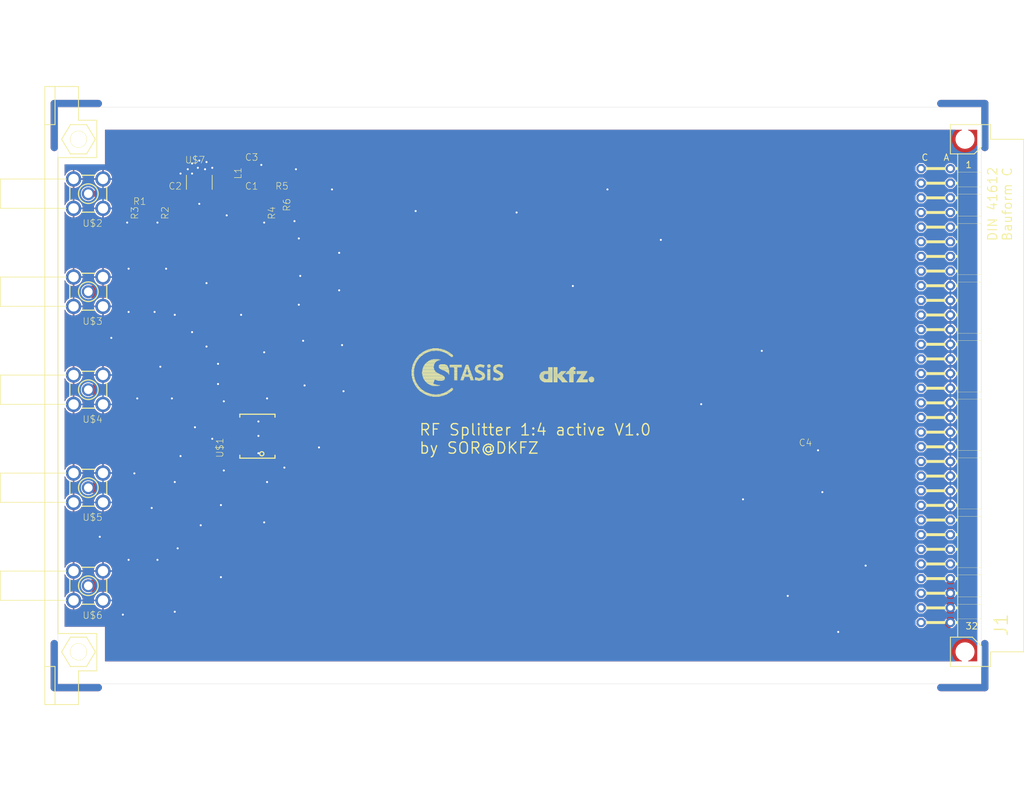
<source format=kicad_pcb>
(kicad_pcb (version 20240108) (generator "pcbnew") (generator_version "8.0")
  (layers (0 "F.Cu" signal) (31 "B.Cu" signal) (34 "B.Paste" user) (35 "F.Paste" user) (36 "B.SilkS" user "B.Silkscreen") (37 "F.SilkS" user "F.Silkscreen") (38 "B.Mask" user) (39 "F.Mask" user) (44 "Edge.Cuts" user))
  (net 0 "")
  (net 1 "N$2")
  (net 2 "N$3")
  (net 3 "N$4")
  (net 4 "N$5")
  (net 5 "GND")
  (net 6 "N$1")
  (net 7 "N$6")
  (net 8 "5V")
  (net 9 "N$8")
  (net 10 "N$9")
  (net 11 "N$10")
  (net 12 "N$12")
  (footprint "RF Splitter active:LOGO_STASIS" (layer "F.Cu") (at 138.7371 101.2536)
    (property "Reference" "U$8" (hide yes))
    (property "Value" "" (hide yes))
  )
  (footprint "RF Splitter active:R0603_334" (layer "F.Cu") (at 104.2371 72.7536 -90)
    (property "Reference" "R4" (at -0.635 -0.635 90) (layer "F.SilkS") (effects (font (size 1.176528 1.176528) (thickness 0.093472)) (justify right top)))
    (property "Value" "")
    (pad "1" smd rect (at -0.85 0 270) (size 1 1.1) (layers "F.Cu" "F.Paste" "F.Mask") (net 9 "N$8"))
    (pad "2" smd rect (at 0.85 0 270) (size 1 1.1) (layers "F.Cu" "F.Paste" "F.Mask") (net 5 "GND"))
  )
  (footprint "RF Splitter active:L2012C_334" (layer "F.Cu") (at 97.7371 67.2536 -90)
    (property "Reference" "L1" (at -1.905 -1.27 90) (layer "F.SilkS") (effects (font (size 1.176528 1.176528) (thickness 0.093472)) (justify right top)))
    (property "Value" "330nH")
    (pad "1" smd rect (at -1 0 270) (size 1 1) (layers "F.Cu" "F.Paste" "F.Mask") (net 8 "5V"))
    (pad "2" smd rect (at 1 0 270) (size 1 1) (layers "F.Cu" "F.Paste" "F.Mask") (net 7 "N$6"))
  )
  (footprint "RF Splitter active:C0603_334" (layer "F.Cu") (at 197.4871 114.5036)
    (property "Reference" "C4" (at -0.635 -0.635 0) (layer "F.SilkS") (effects (font (size 1.176528 1.176528) (thickness 0.093472)) (justify left bottom)))
    (property "Value" "10nF")
    (pad "1" smd rect (at -0.85 0) (size 1.1 1) (layers "F.Cu" "F.Paste" "F.Mask") (net 8 "5V"))
    (pad "2" smd rect (at 0.85 0) (size 1.1 1) (layers "F.Cu" "F.Paste" "F.Mask") (net 5 "GND"))
  )
  (footprint "RF Splitter active:R0603_334" (layer "F.Cu") (at 80.4871 72.7536 -90)
    (property "Reference" "R3" (at -0.635 -0.635 90) (layer "F.SilkS") (effects (font (size 1.176528 1.176528) (thickness 0.093472)) (justify right top)))
    (property "Value" "")
    (pad "1" smd rect (at -0.85 0 270) (size 1 1.1) (layers "F.Cu" "F.Paste" "F.Mask") (net 11 "N$10"))
    (pad "2" smd rect (at 0.85 0 270) (size 1 1.1) (layers "F.Cu" "F.Paste" "F.Mask") (net 5 "GND"))
  )
  (footprint "RF Splitter active:VG64P_79" (layer "F.Cu") (at 68.2371 105.0036)
    (property "Reference" "J1" (at 165.1 41.91 90) (layer "F.SilkS") (effects (font (size 2.3114 2.3114) (thickness 0.2286)) (justify left bottom)))
    (property "Value" "")
    (fp_line (start -0.381 -43.0276) (end -0.381 -50.6476) (stroke (width 1.27)) (layer "F.Cu"))
    (fp_line (start -0.381 43.0276) (end -0.381 50.6476) (stroke (width 1.27)) (layer "F.Cu"))
    (fp_line (start 7.239 -50.6476) (end -0.381 -50.6476) (stroke (width 1.27)) (layer "F.Cu"))
    (fp_line (start 7.239 50.6476) (end -0.381 50.6476) (stroke (width 1.27)) (layer "F.Cu"))
    (fp_line (start 153.289 -50.6476) (end 160.909 -50.6476) (stroke (width 1.27)) (layer "F.Cu"))
    (fp_line (start 153.289 50.6476) (end 160.909 50.6476) (stroke (width 1.27)) (layer "F.Cu"))
    (fp_line (start 160.909 -43.0276) (end 160.909 -50.6476) (stroke (width 1.27)) (layer "F.Cu"))
    (fp_line (start 160.909 43.0276) (end 160.909 50.6476) (stroke (width 1.27)) (layer "F.Cu"))
    (fp_line (start -0.381 -43.0276) (end -0.381 -50.6476) (stroke (width 1.27)) (layer "B.Cu"))
    (fp_line (start -0.381 43.0276) (end -0.381 50.6476) (stroke (width 1.27)) (layer "B.Cu"))
    (fp_line (start 7.239 -50.6476) (end -0.381 -50.6476) (stroke (width 1.27)) (layer "B.Cu"))
    (fp_line (start 7.239 50.6476) (end -0.381 50.6476) (stroke (width 1.27)) (layer "B.Cu"))
    (fp_line (start 153.289 -50.6476) (end 160.909 -50.6476) (stroke (width 1.27)) (layer "B.Cu"))
    (fp_line (start 153.289 50.6476) (end 160.909 50.6476) (stroke (width 1.27)) (layer "B.Cu"))
    (fp_line (start 160.909 -43.0276) (end 160.909 -50.6476) (stroke (width 1.27)) (layer "B.Cu"))
    (fp_line (start 160.909 43.0276) (end 160.909 50.6476) (stroke (width 1.27)) (layer "B.Cu"))
    (fp_line (start 0.254 -50.0126) (end 0.254 50.0126) (stroke (width 0.05)) (layer "Edge.Cuts"))
    (fp_line (start 0.254 50.0126) (end 160.274 50.0126) (stroke (width 0.05)) (layer "Edge.Cuts"))
    (fp_line (start 160.274 -50.0126) (end 0.254 -50.0126) (stroke (width 0.05)) (layer "Edge.Cuts"))
    (fp_line (start 160.274 50.0126) (end 160.274 -50.0126) (stroke (width 0.05)) (layer "Edge.Cuts"))
    (fp_text user "C" (at 149.86 -40.64 0) (layer "F.SilkS") (effects (font (size 1.1176 1.1176) (thickness 0.1524)) (justify left bottom)))
    (fp_text user "32" (at 157.48 40.64 0) (layer "F.SilkS") (effects (font (size 1.1176 1.1176) (thickness 0.1524)) (justify left bottom)))
    (fp_text user "Bauform C" (at 165.735 -26.67 90) (layer "F.SilkS") (effects (font (size 1.6002 1.6002) (thickness 0.1778)) (justify left bottom)))
    (fp_text user "1" (at 157.48 -39.37 0) (layer "F.SilkS") (effects (font (size 1.1176 1.1176) (thickness 0.1524)) (justify left bottom)))
    (fp_text user "DIN 41612" (at 163.195 -26.67 90) (layer "F.SilkS") (effects (font (size 1.6002 1.6002) (thickness 0.1778)) (justify left bottom)))
    (fp_text user "A" (at 153.67 -40.64 0) (layer "F.SilkS") (effects (font (size 1.1176 1.1176) (thickness 0.1524)) (justify left bottom)))
    (pad "" np_thru_hole circle (at 3.81 -44.45) (size 2.794 2.794) (drill 2.794) (layers "*.Cu" "*.Mask"))
    (pad "" np_thru_hole circle (at 3.81 44.45) (size 2.794 2.794) (drill 2.794) (layers "*.Cu" "*.Mask"))
    (pad "" np_thru_hole circle (at 157.48 -44.45) (size 2.794 2.794) (drill 2.794) (layers "*.Cu" "*.Mask"))
    (pad "" np_thru_hole circle (at 157.48 44.45) (size 2.794 2.794) (drill 2.794) (layers "*.Cu" "*.Mask"))
    (pad "A1" thru_hole circle (at 154.94 -39.37) (size 1.6002 1.6002) (drill 0.9144) (layers "*.Cu" "*.Mask"))
    (pad "A2" thru_hole roundrect (at 154.94 -36.83) (size 1.6002 1.6002) (drill 0.9144) (layers "*.Cu" "*.Mask") (chamfer_ratio 0.2928932188) (chamfer top_left top_right bottom_left bottom_right))
    (pad "A3" thru_hole roundrect (at 154.94 -34.29) (size 1.6002 1.6002) (drill 0.9144) (layers "*.Cu" "*.Mask") (chamfer_ratio 0.2928932188) (chamfer top_left top_right bottom_left bottom_right))
    (pad "A4" thru_hole roundrect (at 154.94 -31.75) (size 1.6002 1.6002) (drill 0.9144) (layers "*.Cu" "*.Mask") (chamfer_ratio 0.2928932188) (chamfer top_left top_right bottom_left bottom_right))
    (pad "A5" thru_hole roundrect (at 154.94 -29.21) (size 1.6002 1.6002) (drill 0.9144) (layers "*.Cu" "*.Mask") (chamfer_ratio 0.2928932188) (chamfer top_left top_right bottom_left bottom_right))
    (pad "A6" thru_hole roundrect (at 154.94 -26.67) (size 1.6002 1.6002) (drill 0.9144) (layers "*.Cu" "*.Mask") (chamfer_ratio 0.2928932188) (chamfer top_left top_right bottom_left bottom_right))
    (pad "A7" thru_hole roundrect (at 154.94 -24.13) (size 1.6002 1.6002) (drill 0.9144) (layers "*.Cu" "*.Mask") (chamfer_ratio 0.2928932188) (chamfer top_left top_right bottom_left bottom_right))
    (pad "A8" thru_hole roundrect (at 154.94 -21.59) (size 1.6002 1.6002) (drill 0.9144) (layers "*.Cu" "*.Mask") (chamfer_ratio 0.2928932188) (chamfer top_left top_right bottom_left bottom_right))
    (pad "A9" thru_hole roundrect (at 154.94 -19.05) (size 1.6002 1.6002) (drill 0.9144) (layers "*.Cu" "*.Mask") (chamfer_ratio 0.2928932188) (chamfer top_left top_right bottom_left bottom_right) (net 5 "GND"))
    (pad "A10" thru_hole roundrect (at 154.94 -16.51) (size 1.6002 1.6002) (drill 0.9144) (layers "*.Cu" "*.Mask") (chamfer_ratio 0.2928932188) (chamfer top_left top_right bottom_left bottom_right) (net 5 "GND"))
    (pad "A11" thru_hole roundrect (at 154.94 -13.97) (size 1.6002 1.6002) (drill 0.9144) (layers "*.Cu" "*.Mask") (chamfer_ratio 0.2928932188) (chamfer top_left top_right bottom_left bottom_right) (net 5 "GND"))
    (pad "A12" thru_hole roundrect (at 154.94 -11.43) (size 1.6002 1.6002) (drill 0.9144) (layers "*.Cu" "*.Mask") (chamfer_ratio 0.2928932188) (chamfer top_left top_right bottom_left bottom_right) (net 5 "GND"))
    (pad "A13" thru_hole roundrect (at 154.94 -8.89) (size 1.6002 1.6002) (drill 0.9144) (layers "*.Cu" "*.Mask") (chamfer_ratio 0.2928932188) (chamfer top_left top_right bottom_left bottom_right) (net 5 "GND"))
    (pad "A14" thru_hole roundrect (at 154.94 -6.35) (size 1.6002 1.6002) (drill 0.9144) (layers "*.Cu" "*.Mask") (chamfer_ratio 0.2928932188) (chamfer top_left top_right bottom_left bottom_right) (net 5 "GND"))
    (pad "A15" thru_hole roundrect (at 154.94 -3.81) (size 1.6002 1.6002) (drill 0.9144) (layers "*.Cu" "*.Mask") (chamfer_ratio 0.2928932188) (chamfer top_left top_right bottom_left bottom_right) (net 5 "GND"))
    (pad "A16" thru_hole roundrect (at 154.94 -1.27) (size 1.6002 1.6002) (drill 0.9144) (layers "*.Cu" "*.Mask") (chamfer_ratio 0.2928932188) (chamfer top_left top_right bottom_left bottom_right) (net 5 "GND"))
    (pad "A17" thru_hole roundrect (at 154.94 1.27) (size 1.6002 1.6002) (drill 0.9144) (layers "*.Cu" "*.Mask") (chamfer_ratio 0.2928932188) (chamfer top_left top_right bottom_left bottom_right) (net 5 "GND"))
    (pad "A18" thru_hole roundrect (at 154.94 3.81) (size 1.6002 1.6002) (drill 0.9144) (layers "*.Cu" "*.Mask") (chamfer_ratio 0.2928932188) (chamfer top_left top_right bottom_left bottom_right) (net 5 "GND"))
    (pad "A19" thru_hole roundrect (at 154.94 6.35) (size 1.6002 1.6002) (drill 0.9144) (layers "*.Cu" "*.Mask") (chamfer_ratio 0.2928932188) (chamfer top_left top_right bottom_left bottom_right) (net 5 "GND"))
    (pad "A20" thru_hole roundrect (at 154.94 8.89) (size 1.6002 1.6002) (drill 0.9144) (layers "*.Cu" "*.Mask") (chamfer_ratio 0.2928932188) (chamfer top_left top_right bottom_left bottom_right) (net 5 "GND"))
    (pad "A21" thru_hole roundrect (at 154.94 11.43) (size 1.6002 1.6002) (drill 0.9144) (layers "*.Cu" "*.Mask") (chamfer_ratio 0.2928932188) (chamfer top_left top_right bottom_left bottom_right) (net 5 "GND"))
    (pad "A22" thru_hole roundrect (at 154.94 13.97) (size 1.6002 1.6002) (drill 0.9144) (layers "*.Cu" "*.Mask") (chamfer_ratio 0.2928932188) (chamfer top_left top_right bottom_left bottom_right) (net 5 "GND"))
    (pad "A23" thru_hole roundrect (at 154.94 16.51) (size 1.6002 1.6002) (drill 0.9144) (layers "*.Cu" "*.Mask") (chamfer_ratio 0.2928932188) (chamfer top_left top_right bottom_left bottom_right) (net 5 "GND"))
    (pad "A24" thru_hole roundrect (at 154.94 19.05) (size 1.6002 1.6002) (drill 0.9144) (layers "*.Cu" "*.Mask") (chamfer_ratio 0.2928932188) (chamfer top_left top_right bottom_left bottom_right) (net 5 "GND"))
    (pad "A25" thru_hole roundrect (at 154.94 21.59) (size 1.6002 1.6002) (drill 0.9144) (layers "*.Cu" "*.Mask") (chamfer_ratio 0.2928932188) (chamfer top_left top_right bottom_left bottom_right))
    (pad "A26" thru_hole roundrect (at 154.94 24.13) (size 1.6002 1.6002) (drill 0.9144) (layers "*.Cu" "*.Mask") (chamfer_ratio 0.2928932188) (chamfer top_left top_right bottom_left bottom_right))
    (pad "A27" thru_hole roundrect (at 154.94 26.67) (size 1.6002 1.6002) (drill 0.9144) (layers "*.Cu" "*.Mask") (chamfer_ratio 0.2928932188) (chamfer top_left top_right bottom_left bottom_right))
    (pad "A28" thru_hole roundrect (at 154.94 29.21) (size 1.6002 1.6002) (drill 0.9144) (layers "*.Cu" "*.Mask") (chamfer_ratio 0.2928932188) (chamfer top_left top_right bottom_left bottom_right))
    (pad "A29" thru_hole roundrect (at 154.94 31.75) (size 1.6002 1.6002) (drill 0.9144) (layers "*.Cu" "*.Mask") (chamfer_ratio 0.2928932188) (chamfer top_left top_right bottom_left bottom_right) (net 8 "5V"))
    (pad "A30" thru_hole roundrect (at 154.94 34.29) (size 1.6002 1.6002) (drill 0.9144) (layers "*.Cu" "*.Mask") (chamfer_ratio 0.2928932188) (chamfer top_left top_right bottom_left bottom_right) (net 8 "5V"))
    (pad "A31" thru_hole roundrect (at 154.94 36.83) (size 1.6002 1.6002) (drill 0.9144) (layers "*.Cu" "*.Mask") (chamfer_ratio 0.2928932188) (chamfer top_left top_right bottom_left bottom_right) (net 8 "5V"))
    (pad "A32" thru_hole roundrect (at 154.94 39.37) (size 1.6002 1.6002) (drill 0.9144) (layers "*.Cu" "*.Mask") (chamfer_ratio 0.2928932188) (chamfer top_left top_right bottom_left bottom_right) (net 8 "5V"))
    (pad "C1" thru_hole roundrect (at 149.86 -39.37) (size 1.6002 1.6002) (drill 0.9144) (layers "*.Cu" "*.Mask") (chamfer_ratio 0.2928932188) (chamfer top_left top_right bottom_left bottom_right))
    (pad "C2" thru_hole roundrect (at 149.86 -36.83) (size 1.6002 1.6002) (drill 0.9144) (layers "*.Cu" "*.Mask") (chamfer_ratio 0.2928932188) (chamfer top_left top_right bottom_left bottom_right))
    (pad "C3" thru_hole roundrect (at 149.86 -34.29) (size 1.6002 1.6002) (drill 0.9144) (layers "*.Cu" "*.Mask") (chamfer_ratio 0.2928932188) (chamfer top_left top_right bottom_left bottom_right))
    (pad "C4" thru_hole roundrect (at 149.86 -31.75) (size 1.6002 1.6002) (drill 0.9144) (layers "*.Cu" "*.Mask") (chamfer_ratio 0.2928932188) (chamfer top_left top_right bottom_left bottom_right))
    (pad "C5" thru_hole roundrect (at 149.86 -29.21) (size 1.6002 1.6002) (drill 0.9144) (layers "*.Cu" "*.Mask") (chamfer_ratio 0.2928932188) (chamfer top_left top_right bottom_left bottom_right))
    (pad "C6" thru_hole roundrect (at 149.86 -26.67) (size 1.6002 1.6002) (drill 0.9144) (layers "*.Cu" "*.Mask") (chamfer_ratio 0.2928932188) (chamfer top_left top_right bottom_left bottom_right))
    (pad "C7" thru_hole roundrect (at 149.86 -24.13) (size 1.6002 1.6002) (drill 0.9144) (layers "*.Cu" "*.Mask") (chamfer_ratio 0.2928932188) (chamfer top_left top_right bottom_left bottom_right))
    (pad "C8" thru_hole roundrect (at 149.86 -21.59) (size 1.6002 1.6002) (drill 0.9144) (layers "*.Cu" "*.Mask") (chamfer_ratio 0.2928932188) (chamfer top_left top_right bottom_left bottom_right))
    (pad "C9" thru_hole roundrect (at 149.86 -19.05) (size 1.6002 1.6002) (drill 0.9144) (layers "*.Cu" "*.Mask") (chamfer_ratio 0.2928932188) (chamfer top_left top_right bottom_left bottom_right))
    (pad "C10" thru_hole roundrect (at 149.86 -16.51) (size 1.6002 1.6002) (drill 0.9144) (layers "*.Cu" "*.Mask") (chamfer_ratio 0.2928932188) (chamfer top_left top_right bottom_left bottom_right))
    (pad "C11" thru_hole roundrect (at 149.86 -13.97) (size 1.6002 1.6002) (drill 0.9144) (layers "*.Cu" "*.Mask") (chamfer_ratio 0.2928932188) (chamfer top_left top_right bottom_left bottom_right))
    (pad "C12" thru_hole roundrect (at 149.86 -11.43) (size 1.6002 1.6002) (drill 0.9144) (layers "*.Cu" "*.Mask") (chamfer_ratio 0.2928932188) (chamfer top_left top_right bottom_left bottom_right))
    (pad "C13" thru_hole roundrect (at 149.86 -8.89) (size 1.6002 1.6002) (drill 0.9144) (layers "*.Cu" "*.Mask") (chamfer_ratio 0.2928932188) (chamfer top_left top_right bottom_left bottom_right))
    (pad "C14" thru_hole roundrect (at 149.86 -6.35) (size 1.6002 1.6002) (drill 0.9144) (layers "*.Cu" "*.Mask") (chamfer_ratio 0.2928932188) (chamfer top_left top_right bottom_left bottom_right))
    (pad "C15" thru_hole roundrect (at 149.86 -3.81) (size 1.6002 1.6002) (drill 0.9144) (layers "*.Cu" "*.Mask") (chamfer_ratio 0.2928932188) (chamfer top_left top_right bottom_left bottom_right))
    (pad "C16" thru_hole roundrect (at 149.86 -1.27) (size 1.6002 1.6002) (drill 0.9144) (layers "*.Cu" "*.Mask") (chamfer_ratio 0.2928932188) (chamfer top_left top_right bottom_left bottom_right))
    (pad "C17" thru_hole roundrect (at 149.86 1.27) (size 1.6002 1.6002) (drill 0.9144) (layers "*.Cu" "*.Mask") (chamfer_ratio 0.2928932188) (chamfer top_left top_right bottom_left bottom_right))
    (pad "C18" thru_hole roundrect (at 149.86 3.81) (size 1.6002 1.6002) (drill 0.9144) (layers "*.Cu" "*.Mask") (chamfer_ratio 0.2928932188) (chamfer top_left top_right bottom_left bottom_right))
    (pad "C19" thru_hole roundrect (at 149.86 6.35) (size 1.6002 1.6002) (drill 0.9144) (layers "*.Cu" "*.Mask") (chamfer_ratio 0.2928932188) (chamfer top_left top_right bottom_left bottom_right))
    (pad "C20" thru_hole roundrect (at 149.86 8.89) (size 1.6002 1.6002) (drill 0.9144) (layers "*.Cu" "*.Mask") (chamfer_ratio 0.2928932188) (chamfer top_left top_right bottom_left bottom_right))
    (pad "C21" thru_hole roundrect (at 149.86 11.43) (size 1.6002 1.6002) (drill 0.9144) (layers "*.Cu" "*.Mask") (chamfer_ratio 0.2928932188) (chamfer top_left top_right bottom_left bottom_right))
    (pad "C22" thru_hole roundrect (at 149.86 13.97) (size 1.6002 1.6002) (drill 0.9144) (layers "*.Cu" "*.Mask") (chamfer_ratio 0.2928932188) (chamfer top_left top_right bottom_left bottom_right))
    (pad "C23" thru_hole roundrect (at 149.86 16.51) (size 1.6002 1.6002) (drill 0.9144) (layers "*.Cu" "*.Mask") (chamfer_ratio 0.2928932188) (chamfer top_left top_right bottom_left bottom_right))
    (pad "C24" thru_hole roundrect (at 149.86 19.05) (size 1.6002 1.6002) (drill 0.9144) (layers "*.Cu" "*.Mask") (chamfer_ratio 0.2928932188) (chamfer top_left top_right bottom_left bottom_right))
    (pad "C25" thru_hole roundrect (at 149.86 21.59) (size 1.6002 1.6002) (drill 0.9144) (layers "*.Cu" "*.Mask") (chamfer_ratio 0.2928932188) (chamfer top_left top_right bottom_left bottom_right))
    (pad "C26" thru_hole roundrect (at 149.86 24.13) (size 1.6002 1.6002) (drill 0.9144) (layers "*.Cu" "*.Mask") (chamfer_ratio 0.2928932188) (chamfer top_left top_right bottom_left bottom_right))
    (pad "C27" thru_hole roundrect (at 149.86 26.67) (size 1.6002 1.6002) (drill 0.9144) (layers "*.Cu" "*.Mask") (chamfer_ratio 0.2928932188) (chamfer top_left top_right bottom_left bottom_right))
    (pad "C28" thru_hole roundrect (at 149.86 29.21) (size 1.6002 1.6002) (drill 0.9144) (layers "*.Cu" "*.Mask") (chamfer_ratio 0.2928932188) (chamfer top_left top_right bottom_left bottom_right))
    (pad "C29" thru_hole roundrect (at 149.86 31.75) (size 1.6002 1.6002) (drill 0.9144) (layers "*.Cu" "*.Mask") (chamfer_ratio 0.2928932188) (chamfer top_left top_right bottom_left bottom_right))
    (pad "C30" thru_hole roundrect (at 149.86 34.29) (size 1.6002 1.6002) (drill 0.9144) (layers "*.Cu" "*.Mask") (chamfer_ratio 0.2928932188) (chamfer top_left top_right bottom_left bottom_right))
    (pad "C31" thru_hole roundrect (at 149.86 36.83) (size 1.6002 1.6002) (drill 0.9144) (layers "*.Cu" "*.Mask") (chamfer_ratio 0.2928932188) (chamfer top_left top_right bottom_left bottom_right))
    (pad "C32" thru_hole roundrect (at 149.86 39.37) (size 1.6002 1.6002) (drill 0.9144) (layers "*.Cu" "*.Mask") (chamfer_ratio 0.2928932188) (chamfer top_left top_right bottom_left bottom_right))
    (zone (net 0) (net_name "") (layer "B.Cu") (connect_pads (clearance 0)) (min_thickness 0.25)
      (keepout (tracks not_allowed) (vias not_allowed) (pads not_allowed) (copperpour not_allowed) (footprints allowed))
      (fill (thermal_gap 0.5) (thermal_bridge_width 0.5))
      (polygon (pts (xy 228.0031 60.5536) (xy 227.982703 60.248906) (xy 227.921877 59.949649) (xy 227.821706 59.66117) (xy 227.683978 59.388616) (xy 227.511151 59.136852) (xy 227.30631 58.910369) (xy 227.073109 58.71321) (xy 226.81571 58.548892) (xy 226.538706 58.420349) (xy 226.247041 58.329874) (xy 225.945919 58.279081) (xy 225.640713 58.268877) (xy 225.336871 58.299443) (xy 225.039814 58.370236) (xy 224.754843 58.47999) (xy 224.487044 58.626748) (xy 224.241195 58.807891) (xy 224.021683 59.020186) (xy 223.832427 59.259845) (xy 223.676802 59.522591) (xy 223.557586 59.803735) (xy 223.476908 60.098261) (xy 223.436205 60.400912) (xy 223.436205 60.706288) (xy 223.476908 61.008939) (xy 223.557586 61.303465) (xy 223.676802 61.584609) (xy 223.832427 61.847355) (xy 224.021683 62.087014) (xy 224.241195 62.299309) (xy 224.487044 62.480452) (xy 224.754843 62.62721) (xy 225.039814 62.736964) (xy 225.336871 62.807757) (xy 225.640713 62.838323) (xy 225.945919 62.828119) (xy 226.247041 62.777326) (xy 226.538706 62.686851) (xy 226.81571 62.558308) (xy 227.073109 62.39399) (xy 227.30631 62.196831) (xy 227.511151 61.970348) (xy 227.683978 61.718584) (xy 227.821706 61.44603) (xy 227.921877 61.157551) (xy 227.982703 60.858294)))
    )
    (zone (net 0) (net_name "") (layer "B.Cu") (connect_pads (clearance 0)) (min_thickness 0.25)
      (keepout (tracks not_allowed) (vias not_allowed) (pads not_allowed) (copperpour not_allowed) (footprints allowed))
      (fill (thermal_gap 0.5) (thermal_bridge_width 0.5))
      (polygon (pts (xy 228.0031 149.4536) (xy 227.982703 149.148906) (xy 227.921877 148.849649) (xy 227.821706 148.56117) (xy 227.683978 148.288616) (xy 227.511151 148.036852) (xy 227.30631 147.810369) (xy 227.073109 147.61321) (xy 226.81571 147.448892) (xy 226.538706 147.320349) (xy 226.247041 147.229874) (xy 225.945919 147.179081) (xy 225.640713 147.168877) (xy 225.336871 147.199443) (xy 225.039814 147.270236) (xy 224.754843 147.37999) (xy 224.487044 147.526748) (xy 224.241195 147.707891) (xy 224.021683 147.920186) (xy 223.832427 148.159845) (xy 223.676802 148.422591) (xy 223.557586 148.703735) (xy 223.476908 148.998261) (xy 223.436205 149.300912) (xy 223.436205 149.606288) (xy 223.476908 149.908939) (xy 223.557586 150.203465) (xy 223.676802 150.484609) (xy 223.832427 150.747355) (xy 224.021683 150.987014) (xy 224.241195 151.199309) (xy 224.487044 151.380452) (xy 224.754843 151.52721) (xy 225.039814 151.636964) (xy 225.336871 151.707757) (xy 225.640713 151.738323) (xy 225.945919 151.728119) (xy 226.247041 151.677326) (xy 226.538706 151.586851) (xy 226.81571 151.458308) (xy 227.073109 151.29399) (xy 227.30631 151.096831) (xy 227.511151 150.870348) (xy 227.683978 150.618584) (xy 227.821706 150.34603) (xy 227.921877 150.057551) (xy 227.982703 149.758294)))
    )
    (zone (net 0) (net_name "") (layer "B.Cu") (connect_pads (clearance 0)) (min_thickness 0.25)
      (keepout (tracks not_allowed) (vias not_allowed) (pads not_allowed) (copperpour not_allowed) (footprints allowed))
      (fill (thermal_gap 0.5) (thermal_bridge_width 0.5))
      (polygon (pts (xy 75.2221 60.5536) (xy 75.202136 60.198113) (xy 75.142496 59.847096) (xy 75.04393 59.504964) (xy 74.907676 59.176019) (xy 74.735449 58.864398) (xy 74.529415 58.57402) (xy 74.292164 58.308536) (xy 74.02668 58.071285) (xy 73.736302 57.865251) (xy 73.424681 57.693024) (xy 73.095736 57.55677) (xy 72.753604 57.458204) (xy 72.402587 57.398564) (xy 72.0471 57.3786) (xy 71.691613 57.398564) (xy 71.340596 57.458204) (xy 70.998464 57.55677) (xy 70.669519 57.693024) (xy 70.357898 57.865251) (xy 70.06752 58.071285) (xy 69.802036 58.308536) (xy 69.564785 58.57402) (xy 69.358751 58.864398) (xy 69.186524 59.176019) (xy 69.05027 59.504964) (xy 68.951704 59.847096) (xy 68.892064 60.198113) (xy 68.8721 60.5536) (xy 68.892064 60.909087) (xy 68.951704 61.260104) (xy 69.05027 61.602236) (xy 69.186524 61.931181) (xy 69.358751 62.242802) (xy 69.564785 62.53318) (xy 69.802036 62.798664) (xy 70.06752 63.035915) (xy 70.357898 63.241949) (xy 70.669519 63.414176) (xy 70.998464 63.55043) (xy 71.340596 63.648996) (xy 71.691613 63.708636) (xy 72.0471 63.7286) (xy 72.402587 63.708636) (xy 72.753604 63.648996) (xy 73.095736 63.55043) (xy 73.424681 63.414176) (xy 73.736302 63.241949) (xy 74.02668 63.035915) (xy 74.292164 62.798664) (xy 74.529415 62.53318) (xy 74.735449 62.242802) (xy 74.907676 61.931181) (xy 75.04393 61.602236) (xy 75.142496 61.260104) (xy 75.202136 60.909087)))
    )
    (zone (net 0) (net_name "") (layer "B.Cu") (connect_pads (clearance 0)) (min_thickness 0.25)
      (keepout (tracks not_allowed) (vias not_allowed) (pads not_allowed) (copperpour not_allowed) (footprints allowed))
      (fill (thermal_gap 0.5) (thermal_bridge_width 0.5))
      (polygon (pts (xy 75.2221 149.4536) (xy 75.202136 149.098113) (xy 75.142496 148.747096) (xy 75.04393 148.404964) (xy 74.907676 148.076019) (xy 74.735449 147.764398) (xy 74.529415 147.47402) (xy 74.292164 147.208536) (xy 74.02668 146.971285) (xy 73.736302 146.765251) (xy 73.424681 146.593024) (xy 73.095736 146.45677) (xy 72.753604 146.358204) (xy 72.402587 146.298564) (xy 72.0471 146.2786) (xy 71.691613 146.298564) (xy 71.340596 146.358204) (xy 70.998464 146.45677) (xy 70.669519 146.593024) (xy 70.357898 146.765251) (xy 70.06752 146.971285) (xy 69.802036 147.208536) (xy 69.564785 147.47402) (xy 69.358751 147.764398) (xy 69.186524 148.076019) (xy 69.05027 148.404964) (xy 68.951704 148.747096) (xy 68.892064 149.098113) (xy 68.8721 149.4536) (xy 68.892064 149.809087) (xy 68.951704 150.160104) (xy 69.05027 150.502236) (xy 69.186524 150.831181) (xy 69.358751 151.142802) (xy 69.564785 151.43318) (xy 69.802036 151.698664) (xy 70.06752 151.935915) (xy 70.357898 152.141949) (xy 70.669519 152.314176) (xy 70.998464 152.45043) (xy 71.340596 152.548996) (xy 71.691613 152.608636) (xy 72.0471 152.6286) (xy 72.402587 152.608636) (xy 72.753604 152.548996) (xy 73.095736 152.45043) (xy 73.424681 152.314176) (xy 73.736302 152.141949) (xy 74.02668 151.935915) (xy 74.292164 151.698664) (xy 74.529415 151.43318) (xy 74.735449 151.142802) (xy 74.907676 150.831181) (xy 75.04393 150.502236) (xy 75.142496 150.160104) (xy 75.202136 149.809087)))
    )
  )
  (footprint "RF Splitter active:BU-SMA-H" (layer "F.Cu") (at 73.7471 69.9936 180)
    (property "Reference" "U$2" (at -2.54 -4.445 0) (layer "F.SilkS") (effects (font (size 1.176528 1.176528) (thickness 0.093472)) (justify right top)))
    (property "Value" "SMA_CON-H")
    (pad "1" thru_hole circle (at 0 0 180) (size 2.25 2.25) (drill 1.5) (layers "*.Cu" "*.Mask") (net 11 "N$10"))
    (pad "2" thru_hole circle (at -2.5499 -2.5499 180) (size 2.667 2.667) (drill 1.778) (layers "*.Cu" "*.Mask") (net 5 "GND"))
    (pad "3" thru_hole circle (at 2.5499 -2.5499 180) (size 2.667 2.667) (drill 1.778) (layers "*.Cu" "*.Mask") (net 5 "GND"))
    (pad "4" thru_hole circle (at 2.5499 2.5499 180) (size 2.667 2.667) (drill 1.778) (layers "*.Cu" "*.Mask") (net 5 "GND"))
    (pad "5" thru_hole circle (at -2.5499 2.5499 180) (size 2.667 2.667) (drill 1.778) (layers "*.Cu" "*.Mask") (net 5 "GND"))
  )
  (footprint "RF Splitter active:BU-SMA-H" (layer "F.Cu") (at 73.7471 137.9936 180)
    (property "Reference" "U$6" (at -2.54 -4.445 0) (layer "F.SilkS") (effects (font (size 1.176528 1.176528) (thickness 0.093472)) (justify right top)))
    (property "Value" "SMA_CON-H")
    (pad "1" thru_hole circle (at 0 0 180) (size 2.25 2.25) (drill 1.5) (layers "*.Cu" "*.Mask") (net 4 "N$5"))
    (pad "2" thru_hole circle (at -2.5499 -2.5499 180) (size 2.667 2.667) (drill 1.778) (layers "*.Cu" "*.Mask") (net 5 "GND"))
    (pad "3" thru_hole circle (at 2.5499 -2.5499 180) (size 2.667 2.667) (drill 1.778) (layers "*.Cu" "*.Mask") (net 5 "GND"))
    (pad "4" thru_hole circle (at 2.5499 2.5499 180) (size 2.667 2.667) (drill 1.778) (layers "*.Cu" "*.Mask") (net 5 "GND"))
    (pad "5" thru_hole circle (at -2.5499 2.5499 180) (size 2.667 2.667) (drill 1.778) (layers "*.Cu" "*.Mask") (net 5 "GND"))
  )
  (footprint "RF Splitter active:R0603_334" (layer "F.Cu") (at 109.4871 72.5036 90)
    (property "Reference" "R6" (at -0.635 -0.635 90) (layer "F.SilkS") (effects (font (size 1.176528 1.176528) (thickness 0.093472)) (justify left bottom)))
    (property "Value" "")
    (pad "1" smd rect (at -0.85 0 90) (size 1 1.1) (layers "F.Cu" "F.Paste" "F.Mask") (net 5 "GND"))
    (pad "2" smd rect (at 0.85 0 90) (size 1 1.1) (layers "F.Cu" "F.Paste" "F.Mask") (net 10 "N$9"))
  )
  (footprint "RF Splitter active:LOGO_DKFZ" (layer "F.Cu") (at 151.9871 102.7536)
    (property "Reference" "U$9" (hide yes))
    (property "Value" "" (hide yes))
  )
  (footprint "RF Splitter active:C0603_334" (layer "F.Cu") (at 101.4871 65.0036)
    (property "Reference" "C3" (at -0.635 -0.635 0) (layer "F.SilkS") (effects (font (size 1.176528 1.176528) (thickness 0.093472)) (justify left bottom)))
    (property "Value" "10nF")
    (pad "1" smd rect (at -0.85 0) (size 1.1 1) (layers "F.Cu" "F.Paste" "F.Mask") (net 8 "5V"))
    (pad "2" smd rect (at 0.85 0) (size 1.1 1) (layers "F.Cu" "F.Paste" "F.Mask") (net 5 "GND"))
  )
  (footprint "RF Splitter active:BU-SMA-H" (layer "F.Cu") (at 73.7471 86.9936 180)
    (property "Reference" "U$3" (at -2.54 -4.445 0) (layer "F.SilkS") (effects (font (size 1.176528 1.176528) (thickness 0.093472)) (justify right top)))
    (property "Value" "SMA_CON-H")
    (pad "1" thru_hole circle (at 0 0 180) (size 2.25 2.25) (drill 1.5) (layers "*.Cu" "*.Mask") (net 1 "N$2"))
    (pad "2" thru_hole circle (at -2.5499 -2.5499 180) (size 2.667 2.667) (drill 1.778) (layers "*.Cu" "*.Mask") (net 5 "GND"))
    (pad "3" thru_hole circle (at 2.5499 -2.5499 180) (size 2.667 2.667) (drill 1.778) (layers "*.Cu" "*.Mask") (net 5 "GND"))
    (pad "4" thru_hole circle (at 2.5499 2.5499 180) (size 2.667 2.667) (drill 1.778) (layers "*.Cu" "*.Mask") (net 5 "GND"))
    (pad "5" thru_hole circle (at -2.5499 2.5499 180) (size 2.667 2.667) (drill 1.778) (layers "*.Cu" "*.Mask") (net 5 "GND"))
  )
  (footprint "RF Splitter active:C0603_334" (layer "F.Cu") (at 101.4871 70.0036)
    (property "Reference" "C1" (at -0.635 -0.635 0) (layer "F.SilkS") (effects (font (size 1.176528 1.176528) (thickness 0.093472)) (justify left bottom)))
    (property "Value" "1nF")
    (pad "1" smd rect (at -0.85 0) (size 1.1 1) (layers "F.Cu" "F.Paste" "F.Mask") (net 7 "N$6"))
    (pad "2" smd rect (at 0.85 0) (size 1.1 1) (layers "F.Cu" "F.Paste" "F.Mask") (net 9 "N$8"))
  )
  (footprint "RF Splitter active:SCA-4-10+" (layer "F.Cu") (at 105.8571 114.5936 90)
    (property "Reference" "U$1" (at -1.27 -8.62 90) (layer "F.SilkS") (effects (font (size 1.176528 1.176528) (thickness 0.093472)) (justify left bottom)))
    (property "Value" "SPLITTER1_4_SCA-4-10+")
    (pad "P$1" smd rect (at 0 0.254 180) (size 2.667 0.762) (layers "F.Cu" "F.Paste" "F.Mask") (net 5 "GND"))
    (pad "P$2" smd rect (at 1.27 0.254 180) (size 2.667 0.762) (layers "F.Cu" "F.Paste" "F.Mask") (net 5 "GND"))
    (pad "P$3" smd rect (at 2.54 0.254 180) (size 2.667 0.762) (layers "F.Cu" "F.Paste" "F.Mask") (net 10 "N$9"))
    (pad "P$4" smd rect (at 3.81 0.254 180) (size 2.667 0.762) (layers "F.Cu" "F.Paste" "F.Mask") (net 5 "GND"))
    (pad "P$5" smd rect (at 5.08 0.254 180) (size 2.667 0.762) (layers "F.Cu" "F.Paste" "F.Mask") (net 5 "GND"))
    (pad "P$6" smd rect (at 5.08 -5.6134 180) (size 2.667 0.762) (layers "F.Cu" "F.Paste" "F.Mask") (net 1 "N$2"))
    (pad "P$7" smd rect (at 3.81 -5.6134 180) (size 2.667 0.762) (layers "F.Cu" "F.Paste" "F.Mask") (net 2 "N$3"))
    (pad "P$8" smd rect (at 2.54 -5.6134 180) (size 2.667 0.762) (layers "F.Cu" "F.Paste" "F.Mask") (net 5 "GND"))
    (pad "P$9" smd rect (at 1.27 -5.6134 180) (size 2.667 0.762) (layers "F.Cu" "F.Paste" "F.Mask") (net 3 "N$4"))
    (pad "P$10" smd rect (at 0 -5.6134 180) (size 2.667 0.762) (layers "F.Cu" "F.Paste" "F.Mask") (net 4 "N$5"))
  )
  (footprint "RF Splitter active:SOT89" (layer "F.Cu") (at 92.9871 68.0036)
    (property "Reference" "U$7" (at -2.54 -3.175 0) (layer "F.SilkS") (effects (font (size 1.176528 1.176528) (thickness 0.093472)) (justify left bottom)))
    (property "Value" "TQP3M9008SOT-89")
    (pad "1" smd rect (at -1.499 1.981) (size 1 1.5) (layers "F.Cu") (net 6 "N$1"))
    (pad "2" smd rect (at 0 1.727) (size 1 2) (layers "F.Cu") (net 5 "GND"))
    (pad "2@1" smd roundrect (at 0 -0.94) (size 2.2 3.7) (layers "F.Cu" "F.Mask") (roundrect_rratio 0.5) (net 5 "GND"))
    (pad "3" smd rect (at 1.499 1.981) (size 1 1.5) (layers "F.Cu") (net 7 "N$6"))
  )
  (footprint "RF Splitter active:R0603_334" (layer "F.Cu") (at 106.7371 70.0036)
    (property "Reference" "R5" (at -0.635 -0.635 0) (layer "F.SilkS") (effects (font (size 1.176528 1.176528) (thickness 0.093472)) (justify left bottom)))
    (property "Value" "")
    (pad "1" smd rect (at -0.85 0) (size 1 1.1) (layers "F.Cu" "F.Paste" "F.Mask") (net 9 "N$8"))
    (pad "2" smd rect (at 0.85 0) (size 1 1.1) (layers "F.Cu" "F.Paste" "F.Mask") (net 10 "N$9"))
  )
  (footprint "RF Splitter active:R0603_334" (layer "F.Cu") (at 83.2371 70.0036 180)
    (property "Reference" "R1" (at -0.635 -0.635 0) (layer "F.SilkS") (effects (font (size 1.176528 1.176528) (thickness 0.093472)) (justify right top)))
    (property "Value" "")
    (pad "1" smd rect (at -0.85 0 180) (size 1 1.1) (layers "F.Cu" "F.Paste" "F.Mask") (net 12 "N$12"))
    (pad "2" smd rect (at 0.85 0 180) (size 1 1.1) (layers "F.Cu" "F.Paste" "F.Mask") (net 11 "N$10"))
  )
  (footprint "RF Splitter active:BU-SMA-H" (layer "F.Cu") (at 73.7471 103.9936 180)
    (property "Reference" "U$4" (at -2.54 -4.445 0) (layer "F.SilkS") (effects (font (size 1.176528 1.176528) (thickness 0.093472)) (justify right top)))
    (property "Value" "SMA_CON-H")
    (pad "1" thru_hole circle (at 0 0 180) (size 2.25 2.25) (drill 1.5) (layers "*.Cu" "*.Mask") (net 2 "N$3"))
    (pad "2" thru_hole circle (at -2.5499 -2.5499 180) (size 2.667 2.667) (drill 1.778) (layers "*.Cu" "*.Mask") (net 5 "GND"))
    (pad "3" thru_hole circle (at 2.5499 -2.5499 180) (size 2.667 2.667) (drill 1.778) (layers "*.Cu" "*.Mask") (net 5 "GND"))
    (pad "4" thru_hole circle (at 2.5499 2.5499 180) (size 2.667 2.667) (drill 1.778) (layers "*.Cu" "*.Mask") (net 5 "GND"))
    (pad "5" thru_hole circle (at -2.5499 2.5499 180) (size 2.667 2.667) (drill 1.778) (layers "*.Cu" "*.Mask") (net 5 "GND"))
  )
  (footprint "RF Splitter active:R0603_334" (layer "F.Cu") (at 85.7371 72.7536 -90)
    (property "Reference" "R2" (at -0.635 -0.635 90) (layer "F.SilkS") (effects (font (size 1.176528 1.176528) (thickness 0.093472)) (justify right top)))
    (property "Value" "")
    (pad "1" smd rect (at -0.85 0 270) (size 1 1.1) (layers "F.Cu" "F.Paste" "F.Mask") (net 12 "N$12"))
    (pad "2" smd rect (at 0.85 0 270) (size 1 1.1) (layers "F.Cu" "F.Paste" "F.Mask") (net 5 "GND"))
  )
  (footprint "RF Splitter active:C0603_334" (layer "F.Cu") (at 88.2371 70.0036)
    (property "Reference" "C2" (at -0.635 -0.635 0) (layer "F.SilkS") (effects (font (size 1.176528 1.176528) (thickness 0.093472)) (justify left bottom)))
    (property "Value" "1nF")
    (pad "1" smd rect (at -0.85 0) (size 1.1 1) (layers "F.Cu" "F.Paste" "F.Mask") (net 12 "N$12"))
    (pad "2" smd rect (at 0.85 0) (size 1.1 1) (layers "F.Cu" "F.Paste" "F.Mask") (net 6 "N$1"))
  )
  (footprint "RF Splitter active:BU-SMA-H" (layer "F.Cu") (at 73.7471 120.9936 180)
    (property "Reference" "U$5" (at -2.54 -4.445 0) (layer "F.SilkS") (effects (font (size 1.176528 1.176528) (thickness 0.093472)) (justify right top)))
    (property "Value" "SMA_CON-H")
    (pad "1" thru_hole circle (at 0 0 180) (size 2.25 2.25) (drill 1.5) (layers "*.Cu" "*.Mask") (net 3 "N$4"))
    (pad "2" thru_hole circle (at -2.5499 -2.5499 180) (size 2.667 2.667) (drill 1.778) (layers "*.Cu" "*.Mask") (net 5 "GND"))
    (pad "3" thru_hole circle (at 2.5499 -2.5499 180) (size 2.667 2.667) (drill 1.778) (layers "*.Cu" "*.Mask") (net 5 "GND"))
    (pad "4" thru_hole circle (at 2.5499 2.5499 180) (size 2.667 2.667) (drill 1.778) (layers "*.Cu" "*.Mask") (net 5 "GND"))
    (pad "5" thru_hole circle (at -2.5499 2.5499 180) (size 2.667 2.667) (drill 1.778) (layers "*.Cu" "*.Mask") (net 5 "GND"))
  )
  (gr_text "RF Splitter 1:4 active V1.0\nby SOR@DKFZ" (at 130.9871 115.2536 0) (layer "F.SilkS") (effects (font (size 1.96596 1.96596) (thickness 0.21844)) (justify left bottom)))
  (segment (start 89.3271 86.9936) (end 100.1371 97.8036) (width 2.1) (layer "F.Cu") (net 1))
  (segment (start 100.1371 108.3036) (end 100.1371 109.407) (width 0.4064) (layer "F.Cu") (net 1))
  (segment (start 73.7471 86.9936) (end 89.3271 86.9936) (width 2.1) (layer "F.Cu") (net 1))
  (segment (start 100.1371 97.8036) (end 100.1371 108.3036) (width 2.1) (layer "F.Cu") (net 1))
  (segment (start 100.1371 109.407) (end 100.2437 109.5136) (width 0.4064) (layer "F.Cu") (net 1))
  (segment (start 92.0371 105.0036) (end 92.0371 98.7036) (width 2.1) (layer "F.Cu") (net 2))
  (segment (start 80.7371 98.2036) (end 78.26159 103.9936) (width 2.1) (layer "F.Cu") (net 2))
  (segment (start 100.2237 110.8036) (end 100.2437 110.7836) (width 0.4064) (layer "F.Cu") (net 2))
  (segment (start 92.0371 105.0036) (end 97.8371 110.8036) (width 2.1) (layer "F.Cu") (net 2))
  (segment (start 73.7471 103.9936) (end 78.26159 103.9936) (width 1.8) (layer "F.Cu") (net 2))
  (segment (start 84.8371 94.1036) (end 80.7371 98.2036) (width 2.1) (layer "F.Cu") (net 2))
  (segment (start 84.8371 94.1036) (end 87.4371 94.1036) (width 2.1) (layer "F.Cu") (net 2))
  (segment (start 92.0371 98.7036) (end 87.4371 94.1036) (width 2.1) (layer "F.Cu") (net 2))
  (segment (start 97.8371 110.8036) (end 100.2237 110.8036) (width 0.4064) (layer "F.Cu") (net 2))
  (segment (start 100.2437 113.3236) (end 97.6371 113.3236) (width 0.4064) (layer "F.Cu") (net 3))
  (segment (start 93.964218 117.576482) (end 97.6371 113.9036) (width 2.1) (layer "F.Cu") (net 3))
  (segment (start 80.508665 129.3036) (end 86.3371 129.3036) (width 2.1) (layer "F.Cu") (net 3))
  (segment (start 73.7471 120.9936) (end 77.9271 120.9936) (width 1.8) (layer "F.Cu") (net 3))
  (segment (start 93.964218 121.676482) (end 86.3371 129.3036) (width 2.1) (layer "F.Cu") (net 3))
  (segment (start 80.1371 123.2036) (end 80.1371 128.8036) (width 2.1) (layer "F.Cu") (net 3))
  (segment (start 80.1371 128.8036) (end 80.2371 128.9036) (width 2.1) (layer "F.Cu") (net 3))
  (segment (start 97.6371 113.9036) (end 97.6371 113.3236) (width 0.4064) (layer "F.Cu") (net 3))
  (segment (start 80.2371 128.9036) (end 80.508665 129.3036) (width 2.1) (layer "F.Cu") (net 3))
  (segment (start 93.964218 117.576482) (end 93.964218 121.676482) (width 2.1) (layer "F.Cu") (net 3))
  (segment (start 77.9271 120.9936) (end 80.1371 123.2036) (width 2.1) (layer "F.Cu") (net 3))
  (segment (start 87.8471 137.9936) (end 100.1371 125.7036) (width 2.1) (layer "F.Cu") (net 4))
  (segment (start 100.1371 114.7002) (end 100.2437 114.5936) (width 0.4064) (layer "F.Cu") (net 4))
  (segment (start 73.7471 137.9936) (end 87.8471 137.9936) (width 2.1) (layer "F.Cu") (net 4))
  (segment (start 100.1371 116.0036) (end 100.1371 114.7002) (width 0.4064) (layer "F.Cu") (net 4))
  (segment (start 100.1371 125.7036) (end 100.1371 116.0036) (width 2.1) (layer "F.Cu") (net 4))
  (segment (start 92.7371 65.7536) (end 92.9871 66.0036) (width 2.54) (layer "F.Cu") (net 5))
  (segment (start 92.9871 66.0036) (end 93.7371 66.0036) (width 2.54) (layer "F.Cu") (net 5))
  (segment (start 93.7371 66.0036) (end 93.7371 67.5036) (width 2.54) (layer "F.Cu") (net 5))
  (segment (start 92.7371 68.0036) (end 92.7371 65.7536) (width 2.54) (layer "F.Cu") (net 5))
  (segment (start 93.7371 67.5036) (end 93.4871 67.7536) (width 2.54) (layer "F.Cu") (net 5))
  (via (at 113.7371 114.0036) (size 0.7564) (drill 0.35) (layers "F.Cu" "B.Cu") (net 5))
  (via (at 75.7371 129.5036) (size 0.7564) (drill 0.35) (layers "F.Cu" "B.Cu") (net 5))
  (via (at 194.9871 139.7536) (size 0.7564) (drill 0.35) (layers "F.Cu" "B.Cu") (net 5))
  (via (at 91.7371 64.7536) (size 0.7564) (drill 0.35) (layers "F.Cu" "B.Cu") (net 5))
  (via (at 110.9871 95.5036) (size 0.7564) (drill 0.35) (layers "F.Cu" "B.Cu") (net 5))
  (via (at 94.2371 85.5036) (size 0.7564) (drill 0.35) (layers "F.Cu" "B.Cu") (net 5))
  (via (at 109.4871 74.7536) (size 0.7564) (drill 0.35) (layers "F.Cu" "B.Cu") (net 5))
  (via (at 86.2371 100.0036) (size 0.7564) (drill 0.35) (layers "F.Cu" "B.Cu") (net 5))
  (via (at 179.9871 106.5036) (size 0.7564) (drill 0.35) (layers "F.Cu" "B.Cu") (net 5))
  (via (at 172.9871 78.0036) (size 0.7564) (drill 0.35) (layers "F.Cu" "B.Cu") (net 5))
  (via (at 85.7371 133.5036) (size 0.7564) (drill 0.35) (layers "F.Cu" "B.Cu") (net 5))
  (via (at 79.7371 143.0036) (size 0.7564) (drill 0.35) (layers "F.Cu" "B.Cu") (net 5))
  (via (at 80.4871 75.0036) (size 0.7564) (drill 0.35) (layers "F.Cu" "B.Cu") (net 5))
  (via (at 103.2371 112.0036) (size 0.7564) (drill 0.35) (layers "F.Cu" "B.Cu") (net 5))
  (via (at 92.7371 65.5036) (size 0.7564) (drill 0.35) (layers "F.Cu" "B.Cu") (net 5))
  (via (at 117.7371 96.2536) (size 0.7564) (drill 0.35) (layers "F.Cu" "B.Cu") (net 5))
  (via (at 77.7371 95.0036) (size 0.7564) (drill 0.35) (layers "F.Cu" "B.Cu") (net 5))
  (via (at 104.7371 105.5036) (size 0.7564) (drill 0.35) (layers "F.Cu" "B.Cu") (net 5))
  (via (at 90.9871 65.7536) (size 0.7564) (drill 0.35) (layers "F.Cu" "B.Cu") (net 5))
  (via (at 110.2371 89.2536) (size 0.7564) (drill 0.35) (layers "F.Cu" "B.Cu") (net 5))
  (via (at 85.7371 75.0036) (size 0.7564) (drill 0.35) (layers "F.Cu" "B.Cu") (net 5))
  (via (at 96.7371 124.0036) (size 0.7564) (drill 0.35) (layers "F.Cu" "B.Cu") (net 5))
  (via (at 84.7371 124.5036) (size 0.7564) (drill 0.35) (layers "F.Cu" "B.Cu") (net 5))
  (via (at 80.7371 90.5036) (size 0.7564) (drill 0.35) (layers "F.Cu" "B.Cu") (net 5))
  (via (at 89.7371 66.5036) (size 0.7564) (drill 0.35) (layers "F.Cu" "B.Cu") (net 5))
  (via (at 111.2371 103.2536) (size 0.7564) (drill 0.35) (layers "F.Cu" "B.Cu") (net 5))
  (via (at 92.9871 64.2536) (size 0.7564) (drill 0.35) (layers "F.Cu" "B.Cu") (net 5))
  (via (at 109.7371 65.7536) (size 0.7564) (drill 0.35) (layers "F.Cu" "B.Cu") (net 5))
  (via (at 89.2371 131.5036) (size 0.7564) (drill 0.35) (layers "F.Cu" "B.Cu") (net 5))
  (via (at 88.7371 142.5036) (size 0.7564) (drill 0.35) (layers "F.Cu" "B.Cu") (net 5))
  (via (at 117.2371 80.2536) (size 0.7564) (drill 0.35) (layers "F.Cu" "B.Cu") (net 5))
  (via (at 97.2371 106.0036) (size 0.7564) (drill 0.35) (layers "F.Cu" "B.Cu") (net 5))
  (via (at 91.7371 66.5036) (size 0.7564) (drill 0.35) (layers "F.Cu" "B.Cu") (net 5))
  (via (at 97.2371 118.0036) (size 0.7564) (drill 0.35) (layers "F.Cu" "B.Cu") (net 5))
  (via (at 103.2371 115.0036) (size 0.7564) (drill 0.35) (layers "F.Cu" "B.Cu") (net 5))
  (via (at 117.2371 86.7536) (size 0.7564) (drill 0.35) (layers "F.Cu" "B.Cu") (net 5))
  (via (at 203.7371 146.0036) (size 0.7564) (drill 0.35) (layers "F.Cu" "B.Cu") (net 5))
  (via (at 89.7371 115.5036) (size 0.7564) (drill 0.35) (layers "F.Cu" "B.Cu") (net 5))
  (via (at 208.4871 134.5036) (size 0.7564) (drill 0.35) (layers "F.Cu" "B.Cu") (net 5))
  (via (at 200.2371 114.5036) (size 0.7564) (drill 0.35) (layers "F.Cu" "B.Cu") (net 5))
  (via (at 104.7371 120.0036) (size 0.7564) (drill 0.35) (layers "F.Cu" "B.Cu") (net 5))
  (via (at 147.9871 73.2536) (size 0.7564) (drill 0.35) (layers "F.Cu" "B.Cu") (net 5))
  (via (at 110.4871 84.2536) (size 0.7564) (drill 0.35) (layers "F.Cu" "B.Cu") (net 5))
  (via (at 91.7371 94.0036) (size 0.7564) (drill 0.35) (layers "F.Cu" "B.Cu") (net 5))
  (via (at 80.7371 133.5036) (size 0.7564) (drill 0.35) (layers "F.Cu" "B.Cu") (net 5))
  (via (at 85.2371 90.5036) (size 0.7564) (drill 0.35) (layers "F.Cu" "B.Cu") (net 5))
  (via (at 163.7371 69.2536) (size 0.7564) (drill 0.35) (layers "F.Cu" "B.Cu") (net 5))
  (via (at 130.4871 73.0036) (size 0.7564) (drill 0.35) (layers "F.Cu" "B.Cu") (net 5))
  (via (at 93.2371 127.5036) (size 0.7564) (drill 0.35) (layers "F.Cu" "B.Cu") (net 5))
  (via (at 95.2371 112.5036) (size 0.7564) (drill 0.35) (layers "F.Cu" "B.Cu") (net 5))
  (via (at 92.2371 110.5036) (size 0.7564) (drill 0.35) (layers "F.Cu" "B.Cu") (net 5))
  (via (at 115.9871 69.2536) (size 0.7564) (drill 0.35) (layers "F.Cu" "B.Cu") (net 5))
  (via (at 94.2371 64.5036) (size 0.7564) (drill 0.35) (layers "F.Cu" "B.Cu") (net 5))
  (via (at 96.2371 99.5036) (size 0.7564) (drill 0.35) (layers "F.Cu" "B.Cu") (net 5))
  (via (at 82.2371 105.5036) (size 0.7564) (drill 0.35) (layers "F.Cu" "B.Cu") (net 5))
  (via (at 117.9871 104.2536) (size 0.7564) (drill 0.35) (layers "F.Cu" "B.Cu") (net 5))
  (via (at 97.7371 73.7536) (size 0.7564) (drill 0.35) (layers "F.Cu" "B.Cu") (net 5))
  (via (at 80.7371 83.0036) (size 0.7564) (drill 0.35) (layers "F.Cu" "B.Cu") (net 5))
  (via (at 190.4871 97.2536) (size 0.7564) (drill 0.35) (layers "F.Cu" "B.Cu") (net 5))
  (via (at 81.7371 118.5036) (size 0.7564) (drill 0.35) (layers "F.Cu" "B.Cu") (net 5))
  (via (at 103.2371 109.5036) (size 0.7564) (drill 0.35) (layers "F.Cu" "B.Cu") (net 5))
  (via (at 87.2371 83.0036) (size 0.7564) (drill 0.35) (layers "F.Cu" "B.Cu") (net 5))
  (via (at 100.2371 91.0036) (size 0.7564) (drill 0.35) (layers "F.Cu" "B.Cu") (net 5))
  (via (at 88.2371 105.5036) (size 0.7564) (drill 0.35) (layers "F.Cu" "B.Cu") (net 5))
  (via (at 88.7371 91.0036) (size 0.7564) (drill 0.35) (layers "F.Cu" "B.Cu") (net 5))
  (via (at 96.7371 136.5036) (size 0.7564) (drill 0.35) (layers "F.Cu" "B.Cu") (net 5))
  (via (at 200.9871 121.7536) (size 0.7564) (drill 0.35) (layers "F.Cu" "B.Cu") (net 5))
  (via (at 96.2371 103.0036) (size 0.7564) (drill 0.35) (layers "F.Cu" "B.Cu") (net 5))
  (via (at 187.2371 123.0036) (size 0.7564) (drill 0.35) (layers "F.Cu" "B.Cu") (net 5))
  (via (at 93.9871 65.7536) (size 0.7564) (drill 0.35) (layers "F.Cu" "B.Cu") (net 5))
  (via (at 88.7371 120.0036) (size 0.7564) (drill 0.35) (layers "F.Cu" "B.Cu") (net 5))
  (via (at 92.9871 71.7536) (size 0.7564) (drill 0.35) (layers "F.Cu" "B.Cu") (net 5))
  (via (at 104.2371 97.5036) (size 0.7564) (drill 0.35) (layers "F.Cu" "B.Cu") (net 5))
  (via (at 103.7371 65.0036) (size 0.7564) (drill 0.35) (layers "F.Cu" "B.Cu") (net 5))
  (via (at 94.2371 96.5036) (size 0.7564) (drill 0.35) (layers "F.Cu" "B.Cu") (net 5))
  (via (at 110.2371 77.7536) (size 0.7564) (drill 0.35) (layers "F.Cu" "B.Cu") (net 5))
  (via (at 104.2371 127.0036) (size 0.7564) (drill 0.35) (layers "F.Cu" "B.Cu") (net 5))
  (via (at 107.7371 117.5036) (size 0.7564) (drill 0.35) (layers "F.Cu" "B.Cu") (net 5))
  (via (at 95.2371 65.5036) (size 0.7564) (drill 0.35) (layers "F.Cu" "B.Cu") (net 5))
  (via (at 104.2371 75.0036) (size 0.7564) (drill 0.35) (layers "F.Cu" "B.Cu") (net 5))
  (via (at 157.7371 86.0036) (size 0.7564) (drill 0.35) (layers "F.Cu" "B.Cu") (net 5))
  (segment (start 89.0871 69.9846) (end 91.4881 69.9846) (width 1.016) (layer "F.Cu") (net 6))
  (segment (start 89.0871 70.0036) (end 89.0871 69.9846) (width 1.016) (layer "F.Cu") (net 6))
  (segment (start 97.7371 68.2536) (end 97.7371 69.9846) (width 1.016) (layer "F.Cu") (net 7))
  (segment (start 100.6371 69.9846) (end 100.6371 70.0036) (width 1.016) (layer "F.Cu") (net 7))
  (segment (start 94.4861 69.9846) (end 97.7371 69.9846) (width 1.016) (layer "F.Cu") (net 7))
  (segment (start 97.7371 69.9846) (end 100.6371 69.9846) (width 1.016) (layer "F.Cu") (net 7))
  (segment (start 145.4871 61.0036) (end 195.4871 111.0036) (width 1.27) (layer "F.Cu") (net 8))
  (segment (start 98.2371 65.0036) (end 97.9871 64.7536) (width 1.27) (layer "F.Cu") (net 8))
  (segment (start 97.9871 64.7536) (end 97.9871 61.0036) (width 1.27) (layer "F.Cu") (net 8))
  (segment (start 223.1771 141.8336) (end 223.1771 139.2936) (width 1.27) (layer "F.Cu") (net 8))
  (segment (start 195.4871 114.5036) (end 195.4871 128.7536) (width 1.27) (layer "F.Cu") (net 8))
  (segment (start 97.7371 65.0036) (end 98.2371 65.0036) (width 1.016) (layer "F.Cu") (net 8))
  (segment (start 215.2371 148.5036) (end 219.0471 148.5036) (width 1.27) (layer "F.Cu") (net 8))
  (segment (start 195.4871 128.7536) (end 215.2371 148.5036) (width 1.27) (layer "F.Cu") (net 8))
  (segment (start 196.6371 114.5036) (end 195.4871 114.5036) (width 0.508) (layer "F.Cu") (net 8))
  (segment (start 195.4871 111.0036) (end 195.4871 114.5036) (width 1.27) (layer "F.Cu") (net 8))
  (segment (start 223.1771 144.3736) (end 223.1771 141.8336) (width 1.27) (layer "F.Cu") (net 8))
  (segment (start 97.9871 61.0036) (end 145.4871 61.0036) (width 1.27) (layer "F.Cu") (net 8))
  (segment (start 223.1771 139.2936) (end 223.1771 136.7536) (width 1.27) (layer "F.Cu") (net 8))
  (segment (start 97.7371 66.2536) (end 97.7371 65.0036) (width 1.016) (layer "F.Cu") (net 8))
  (segment (start 219.0471 148.5036) (end 223.1771 144.3736) (width 1.27) (layer "F.Cu") (net 8))
  (segment (start 100.6371 65.0036) (end 98.2371 65.0036) (width 1.016) (layer "F.Cu") (net 8))
  (segment (start 104.2371 71.9036) (end 104.2371 70.0036) (width 1.016) (layer "F.Cu") (net 9))
  (segment (start 104.2371 70.0036) (end 103.9871 70.0036) (width 1.016) (layer "F.Cu") (net 9))
  (segment (start 104.2371 70.0036) (end 105.8871 70.0036) (width 1.016) (layer "F.Cu") (net 9))
  (segment (start 102.3371 70.0036) (end 103.9871 70.0036) (width 1.016) (layer "F.Cu") (net 9))
  (segment (start 111.4871 70.0036) (end 113.9871 72.5036) (width 2.1) (layer "F.Cu") (net 10))
  (segment (start 109.2371 112.0036) (end 109.1871 112.0536) (width 0.6096) (layer "F.Cu") (net 10))
  (segment (start 113.9871 107.2536) (end 109.2371 112.0036) (width 2.1) (layer "F.Cu") (net 10))
  (segment (start 109.4871 70.0036) (end 109.4871 71.6536) (width 1.016) (layer "F.Cu") (net 10))
  (segment (start 109.4871 70.0036) (end 111.4871 70.0036) (width 1.016) (layer "F.Cu") (net 10))
  (segment (start 109.1871 112.0536) (end 106.1111 112.0536) (width 0.6096) (layer "F.Cu") (net 10))
  (segment (start 107.5871 70.0036) (end 109.4871 70.0036) (width 1.016) (layer "F.Cu") (net 10))
  (segment (start 113.9871 72.5036) (end 113.9871 107.2536) (width 2.1) (layer "F.Cu") (net 10))
  (segment (start 82.3871 69.9936) (end 82.3871 70.0036) (width 1.016) (layer "F.Cu") (net 11))
  (segment (start 80.4871 69.9936) (end 82.3871 69.9936) (width 1.016) (layer "F.Cu") (net 11))
  (segment (start 80.4871 69.9936) (end 80.4871 71.9036) (width 1.016) (layer "F.Cu") (net 11))
  (segment (start 73.7471 69.9936) (end 80.4871 69.9936) (width 1.016) (layer "F.Cu") (net 11))
  (segment (start 85.7371 70.0036) (end 87.3871 70.0036) (width 1.016) (layer "F.Cu") (net 12))
  (segment (start 84.0871 70.0036) (end 85.4871 70.0036) (width 1.016) (layer "F.Cu") (net 12))
  (segment (start 85.7371 71.9036) (end 85.7371 70.0036) (width 1.016) (layer "F.Cu") (net 12))
  (segment (start 85.7371 70.0036) (end 85.4871 70.0036) (width 1.016) (layer "F.Cu") (net 12))
  (zone (net 5) (net_name "GND") (layer "F.Cu") (priority 6) (connect_pads (clearance 0.5)) (min_thickness 0.1) (fill yes (thermal_gap 0.25) (thermal_bridge_width 0.25))
    (polygon (pts (xy 227.8371 151.1036) (xy 76.6371 151.1036) (xy 76.6371 145.1036) (xy 69.6371 145.1036) (xy 69.6371 64.9036) (xy 76.6371 64.9036) (xy 76.6371 58.9036) (xy 227.8371 58.9036)))
  )
  (zone (net 5) (net_name "GND") (layer "B.Cu") (priority 6) (connect_pads (clearance 0.000001)) (min_thickness 0.1) (fill yes (thermal_gap 0.25) (thermal_bridge_width 0.25))
    (polygon (pts (xy 227.8371 151.1036) (xy 76.6371 151.1036) (xy 76.6371 145.1036) (xy 69.6371 145.1036) (xy 69.6371 64.9036) (xy 76.6371 64.9036) (xy 76.6371 58.9036) (xy 227.8371 58.9036)))
  )
)
</source>
